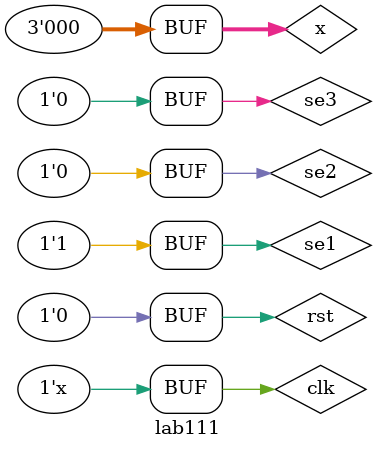
<source format=v>
`timescale 1ns / 1ps


module lab111;

	// Inputs
	reg [2:0] x;
	reg se1;
	reg se2;
	reg se3;
	reg clk;
	reg rst;

	// Outputs
	wire y;
	wire [2:0] re;
	wire [4:0] ps1;
	wire [4:0] ns1;

	// Instantiate the Unit Under Test (UUT)
	ticket uut (
		.x(x), 
		.se1(se1), 
		.se2(se2), 
		.se3(se3), 
		.clk(clk), 
		.rst(rst), 
		.y(y), 
		.re(re), 
		.ps1(ps1), 
		.ns1(ns1)
	);
always#20 clk=~clk;
	initial begin
		// Initialize Inputs
		x = 0;
		se1 = 0;
		se2 = 0;
		se3 = 0;
		clk = 0;
		rst = 1;

		// Wait 100 ns for global reset to finish
		#40;
       x = 0;
		se1 = 1;
		se2 = 0;
		se3 = 0;
      rst=0;
		#40;
       x = 2;
		#40;
       x = 2;
      #40;
       x = 2;
		#40;
       x = 2;
		 rst=1;
		#40;
       x = 0;
		 se1=0;
		 se2=1;
		 rst=0;
		 #40;
       x = 5;
		#40;
       x = 5;
      #40;
       x = 2;
		 rst=1;
		#40;
       x = 0;
		 se1=0;
		 se2=0;
		 se3=1;
		 rst=0;
       
		#40;
       x = 2;
		#40;
       x = 5;
      #40;
       x = 2;
		 rst=1;
		#40;
       x = 0;
		 rst=0;
		 se1=1;
se3=0;		 

		 // Add stimulus here

	end
      
endmodule


</source>
